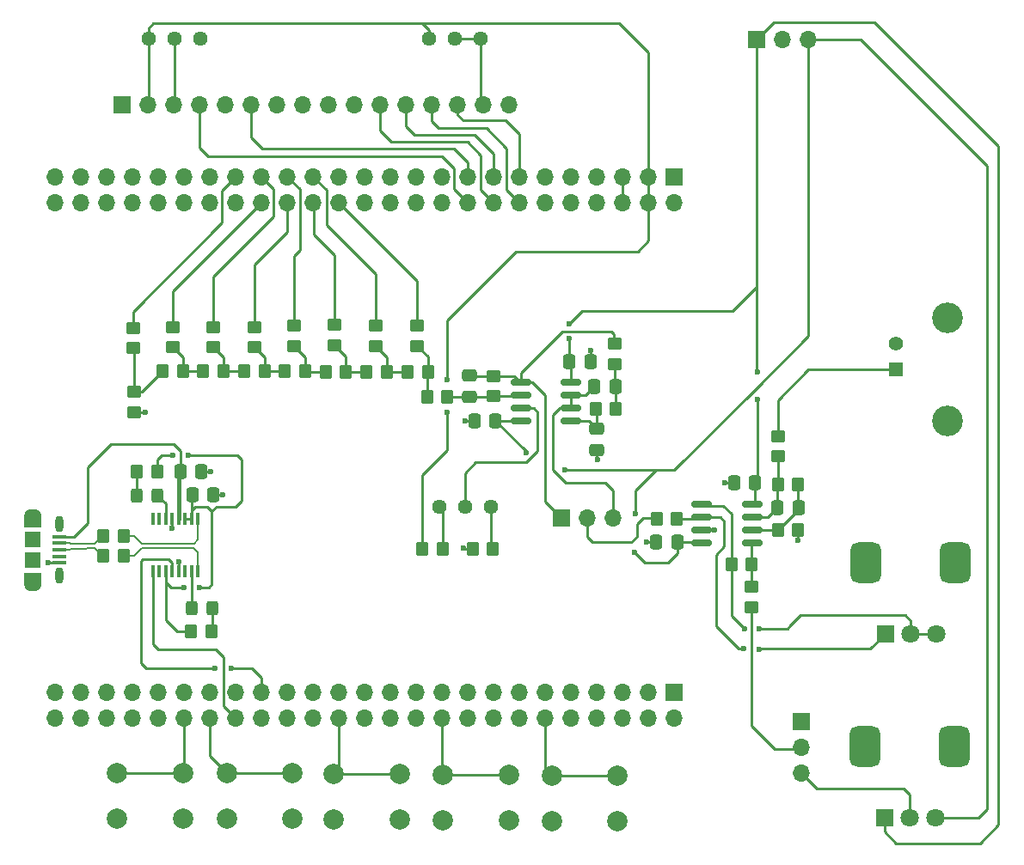
<source format=gbr>
%TF.GenerationSoftware,KiCad,Pcbnew,8.0.0*%
%TF.CreationDate,2024-05-30T16:12:20-06:00*%
%TF.ProjectId,2024_Discovery_DDS_Shield,32303234-5f44-4697-9363-6f766572795f,rev?*%
%TF.SameCoordinates,Original*%
%TF.FileFunction,Copper,L1,Top*%
%TF.FilePolarity,Positive*%
%FSLAX46Y46*%
G04 Gerber Fmt 4.6, Leading zero omitted, Abs format (unit mm)*
G04 Created by KiCad (PCBNEW 8.0.0) date 2024-05-30 16:12:20*
%MOMM*%
%LPD*%
G01*
G04 APERTURE LIST*
G04 Aperture macros list*
%AMRoundRect*
0 Rectangle with rounded corners*
0 $1 Rounding radius*
0 $2 $3 $4 $5 $6 $7 $8 $9 X,Y pos of 4 corners*
0 Add a 4 corners polygon primitive as box body*
4,1,4,$2,$3,$4,$5,$6,$7,$8,$9,$2,$3,0*
0 Add four circle primitives for the rounded corners*
1,1,$1+$1,$2,$3*
1,1,$1+$1,$4,$5*
1,1,$1+$1,$6,$7*
1,1,$1+$1,$8,$9*
0 Add four rect primitives between the rounded corners*
20,1,$1+$1,$2,$3,$4,$5,0*
20,1,$1+$1,$4,$5,$6,$7,0*
20,1,$1+$1,$6,$7,$8,$9,0*
20,1,$1+$1,$8,$9,$2,$3,0*%
G04 Aperture macros list end*
%TA.AperFunction,EtchedComponent*%
%ADD10C,0.010000*%
%TD*%
%TA.AperFunction,SMDPad,CuDef*%
%ADD11RoundRect,0.250000X-0.337500X-0.475000X0.337500X-0.475000X0.337500X0.475000X-0.337500X0.475000X0*%
%TD*%
%TA.AperFunction,SMDPad,CuDef*%
%ADD12RoundRect,0.250000X0.350000X0.450000X-0.350000X0.450000X-0.350000X-0.450000X0.350000X-0.450000X0*%
%TD*%
%TA.AperFunction,SMDPad,CuDef*%
%ADD13R,1.350000X0.400000*%
%TD*%
%TA.AperFunction,ComponentPad*%
%ADD14O,0.800000X1.600000*%
%TD*%
%TA.AperFunction,ComponentPad*%
%ADD15O,1.500000X0.750000*%
%TD*%
%TA.AperFunction,SMDPad,CuDef*%
%ADD16R,1.550000X1.500000*%
%TD*%
%TA.AperFunction,ComponentPad*%
%ADD17C,2.000000*%
%TD*%
%TA.AperFunction,SMDPad,CuDef*%
%ADD18RoundRect,0.250000X0.337500X0.475000X-0.337500X0.475000X-0.337500X-0.475000X0.337500X-0.475000X0*%
%TD*%
%TA.AperFunction,SMDPad,CuDef*%
%ADD19RoundRect,0.250000X-0.350000X-0.450000X0.350000X-0.450000X0.350000X0.450000X-0.350000X0.450000X0*%
%TD*%
%TA.AperFunction,SMDPad,CuDef*%
%ADD20RoundRect,0.250000X0.450000X-0.350000X0.450000X0.350000X-0.450000X0.350000X-0.450000X-0.350000X0*%
%TD*%
%TA.AperFunction,SMDPad,CuDef*%
%ADD21RoundRect,0.150000X-0.825000X-0.150000X0.825000X-0.150000X0.825000X0.150000X-0.825000X0.150000X0*%
%TD*%
%TA.AperFunction,ComponentPad*%
%ADD22R,1.398000X1.398000*%
%TD*%
%TA.AperFunction,ComponentPad*%
%ADD23C,1.398000*%
%TD*%
%TA.AperFunction,ComponentPad*%
%ADD24C,3.015000*%
%TD*%
%TA.AperFunction,ComponentPad*%
%ADD25R,1.800000X1.800000*%
%TD*%
%TA.AperFunction,ComponentPad*%
%ADD26C,1.800000*%
%TD*%
%TA.AperFunction,ComponentPad*%
%ADD27RoundRect,0.750000X0.750000X-1.250000X0.750000X1.250000X-0.750000X1.250000X-0.750000X-1.250000X0*%
%TD*%
%TA.AperFunction,SMDPad,CuDef*%
%ADD28RoundRect,0.250000X0.475000X-0.337500X0.475000X0.337500X-0.475000X0.337500X-0.475000X-0.337500X0*%
%TD*%
%TA.AperFunction,SMDPad,CuDef*%
%ADD29RoundRect,0.250000X-0.450000X0.350000X-0.450000X-0.350000X0.450000X-0.350000X0.450000X0.350000X0*%
%TD*%
%TA.AperFunction,ComponentPad*%
%ADD30R,1.700000X1.700000*%
%TD*%
%TA.AperFunction,ComponentPad*%
%ADD31O,1.700000X1.700000*%
%TD*%
%TA.AperFunction,SMDPad,CuDef*%
%ADD32RoundRect,0.250000X-0.325000X-0.450000X0.325000X-0.450000X0.325000X0.450000X-0.325000X0.450000X0*%
%TD*%
%TA.AperFunction,SMDPad,CuDef*%
%ADD33R,0.400000X1.200000*%
%TD*%
%TA.AperFunction,ComponentPad*%
%ADD34C,1.440000*%
%TD*%
%TA.AperFunction,SMDPad,CuDef*%
%ADD35RoundRect,0.250000X0.325000X0.450000X-0.325000X0.450000X-0.325000X-0.450000X0.325000X-0.450000X0*%
%TD*%
%TA.AperFunction,ViaPad*%
%ADD36C,0.600000*%
%TD*%
%TA.AperFunction,Conductor*%
%ADD37C,0.254000*%
%TD*%
%TA.AperFunction,Conductor*%
%ADD38C,0.381000*%
%TD*%
%TA.AperFunction,Conductor*%
%ADD39C,0.200000*%
%TD*%
G04 APERTURE END LIST*
D10*
%TO.C,J2*%
X85031800Y-83598400D02*
X85057800Y-83600400D01*
X85083800Y-83603400D01*
X85109800Y-83608400D01*
X85134800Y-83614400D01*
X85160800Y-83621400D01*
X85184800Y-83630400D01*
X85208800Y-83640400D01*
X85232800Y-83651400D01*
X85255800Y-83664400D01*
X85277800Y-83678400D01*
X85299800Y-83692400D01*
X85320800Y-83708400D01*
X85340800Y-83725400D01*
X85359800Y-83743400D01*
X85377800Y-83762400D01*
X85394800Y-83782400D01*
X85410800Y-83803400D01*
X85424800Y-83825400D01*
X85438800Y-83847400D01*
X85451800Y-83870400D01*
X85462800Y-83894400D01*
X85472800Y-83918400D01*
X85481800Y-83942400D01*
X85488800Y-83968400D01*
X85494800Y-83993400D01*
X85499800Y-84019400D01*
X85502800Y-84045400D01*
X85504800Y-84071400D01*
X85505800Y-84097400D01*
X85505800Y-85242400D01*
X83955800Y-85242400D01*
X83955800Y-84097400D01*
X83956800Y-84071400D01*
X83958800Y-84045400D01*
X83961800Y-84019400D01*
X83966800Y-83993400D01*
X83972800Y-83968400D01*
X83979800Y-83942400D01*
X83988800Y-83918400D01*
X83998800Y-83894400D01*
X84009800Y-83870400D01*
X84022800Y-83847400D01*
X84036800Y-83825400D01*
X84050800Y-83803400D01*
X84066800Y-83782400D01*
X84083800Y-83762400D01*
X84101800Y-83743400D01*
X84120800Y-83725400D01*
X84140800Y-83708400D01*
X84161800Y-83692400D01*
X84183800Y-83678400D01*
X84205800Y-83664400D01*
X84228800Y-83651400D01*
X84252800Y-83640400D01*
X84276800Y-83630400D01*
X84300800Y-83621400D01*
X84326800Y-83614400D01*
X84351800Y-83608400D01*
X84377800Y-83603400D01*
X84403800Y-83600400D01*
X84429800Y-83598400D01*
X84455800Y-83597400D01*
X85005800Y-83597400D01*
X85031800Y-83598400D01*
%TA.AperFunction,EtchedComponent*%
G36*
X85031800Y-83598400D02*
G01*
X85057800Y-83600400D01*
X85083800Y-83603400D01*
X85109800Y-83608400D01*
X85134800Y-83614400D01*
X85160800Y-83621400D01*
X85184800Y-83630400D01*
X85208800Y-83640400D01*
X85232800Y-83651400D01*
X85255800Y-83664400D01*
X85277800Y-83678400D01*
X85299800Y-83692400D01*
X85320800Y-83708400D01*
X85340800Y-83725400D01*
X85359800Y-83743400D01*
X85377800Y-83762400D01*
X85394800Y-83782400D01*
X85410800Y-83803400D01*
X85424800Y-83825400D01*
X85438800Y-83847400D01*
X85451800Y-83870400D01*
X85462800Y-83894400D01*
X85472800Y-83918400D01*
X85481800Y-83942400D01*
X85488800Y-83968400D01*
X85494800Y-83993400D01*
X85499800Y-84019400D01*
X85502800Y-84045400D01*
X85504800Y-84071400D01*
X85505800Y-84097400D01*
X85505800Y-85242400D01*
X83955800Y-85242400D01*
X83955800Y-84097400D01*
X83956800Y-84071400D01*
X83958800Y-84045400D01*
X83961800Y-84019400D01*
X83966800Y-83993400D01*
X83972800Y-83968400D01*
X83979800Y-83942400D01*
X83988800Y-83918400D01*
X83998800Y-83894400D01*
X84009800Y-83870400D01*
X84022800Y-83847400D01*
X84036800Y-83825400D01*
X84050800Y-83803400D01*
X84066800Y-83782400D01*
X84083800Y-83762400D01*
X84101800Y-83743400D01*
X84120800Y-83725400D01*
X84140800Y-83708400D01*
X84161800Y-83692400D01*
X84183800Y-83678400D01*
X84205800Y-83664400D01*
X84228800Y-83651400D01*
X84252800Y-83640400D01*
X84276800Y-83630400D01*
X84300800Y-83621400D01*
X84326800Y-83614400D01*
X84351800Y-83608400D01*
X84377800Y-83603400D01*
X84403800Y-83600400D01*
X84429800Y-83598400D01*
X84455800Y-83597400D01*
X85005800Y-83597400D01*
X85031800Y-83598400D01*
G37*
%TD.AperFunction*%
X85505800Y-90987400D02*
X85504800Y-91013400D01*
X85502800Y-91039400D01*
X85499800Y-91065400D01*
X85494800Y-91091400D01*
X85488800Y-91116400D01*
X85481800Y-91142400D01*
X85472800Y-91166400D01*
X85462800Y-91190400D01*
X85451800Y-91214400D01*
X85438800Y-91237400D01*
X85424800Y-91259400D01*
X85410800Y-91281400D01*
X85394800Y-91302400D01*
X85377800Y-91322400D01*
X85359800Y-91341400D01*
X85340800Y-91359400D01*
X85320800Y-91376400D01*
X85299800Y-91392400D01*
X85277800Y-91406400D01*
X85255800Y-91420400D01*
X85232800Y-91433400D01*
X85208800Y-91444400D01*
X85184800Y-91454400D01*
X85160800Y-91463400D01*
X85134800Y-91470400D01*
X85109800Y-91476400D01*
X85083800Y-91481400D01*
X85057800Y-91484400D01*
X85031800Y-91486400D01*
X85005800Y-91487400D01*
X84455800Y-91487400D01*
X84429800Y-91486400D01*
X84403800Y-91484400D01*
X84377800Y-91481400D01*
X84351800Y-91476400D01*
X84326800Y-91470400D01*
X84300800Y-91463400D01*
X84276800Y-91454400D01*
X84252800Y-91444400D01*
X84228800Y-91433400D01*
X84205800Y-91420400D01*
X84183800Y-91406400D01*
X84161800Y-91392400D01*
X84140800Y-91376400D01*
X84120800Y-91359400D01*
X84101800Y-91341400D01*
X84083800Y-91322400D01*
X84066800Y-91302400D01*
X84050800Y-91281400D01*
X84036800Y-91259400D01*
X84022800Y-91237400D01*
X84009800Y-91214400D01*
X83998800Y-91190400D01*
X83988800Y-91166400D01*
X83979800Y-91142400D01*
X83972800Y-91116400D01*
X83966800Y-91091400D01*
X83961800Y-91065400D01*
X83958800Y-91039400D01*
X83956800Y-91013400D01*
X83955800Y-90987400D01*
X83955800Y-89842400D01*
X85505800Y-89842400D01*
X85505800Y-90987400D01*
%TA.AperFunction,EtchedComponent*%
G36*
X85505800Y-90987400D02*
G01*
X85504800Y-91013400D01*
X85502800Y-91039400D01*
X85499800Y-91065400D01*
X85494800Y-91091400D01*
X85488800Y-91116400D01*
X85481800Y-91142400D01*
X85472800Y-91166400D01*
X85462800Y-91190400D01*
X85451800Y-91214400D01*
X85438800Y-91237400D01*
X85424800Y-91259400D01*
X85410800Y-91281400D01*
X85394800Y-91302400D01*
X85377800Y-91322400D01*
X85359800Y-91341400D01*
X85340800Y-91359400D01*
X85320800Y-91376400D01*
X85299800Y-91392400D01*
X85277800Y-91406400D01*
X85255800Y-91420400D01*
X85232800Y-91433400D01*
X85208800Y-91444400D01*
X85184800Y-91454400D01*
X85160800Y-91463400D01*
X85134800Y-91470400D01*
X85109800Y-91476400D01*
X85083800Y-91481400D01*
X85057800Y-91484400D01*
X85031800Y-91486400D01*
X85005800Y-91487400D01*
X84455800Y-91487400D01*
X84429800Y-91486400D01*
X84403800Y-91484400D01*
X84377800Y-91481400D01*
X84351800Y-91476400D01*
X84326800Y-91470400D01*
X84300800Y-91463400D01*
X84276800Y-91454400D01*
X84252800Y-91444400D01*
X84228800Y-91433400D01*
X84205800Y-91420400D01*
X84183800Y-91406400D01*
X84161800Y-91392400D01*
X84140800Y-91376400D01*
X84120800Y-91359400D01*
X84101800Y-91341400D01*
X84083800Y-91322400D01*
X84066800Y-91302400D01*
X84050800Y-91281400D01*
X84036800Y-91259400D01*
X84022800Y-91237400D01*
X84009800Y-91214400D01*
X83998800Y-91190400D01*
X83988800Y-91166400D01*
X83979800Y-91142400D01*
X83972800Y-91116400D01*
X83966800Y-91091400D01*
X83961800Y-91065400D01*
X83958800Y-91039400D01*
X83956800Y-91013400D01*
X83955800Y-90987400D01*
X83955800Y-89842400D01*
X85505800Y-89842400D01*
X85505800Y-90987400D01*
G37*
%TD.AperFunction*%
%TD*%
D11*
%TO.P,C6,1*%
%TO.N,GND*%
X128283300Y-74853800D03*
%TO.P,C6,2*%
%TO.N,VEE*%
X130358300Y-74853800D03*
%TD*%
D12*
%TO.P,R51,1*%
%TO.N,Net-(U1A--)*%
X125612400Y-72466200D03*
%TO.P,R51,2*%
%TO.N,Net-(R47-Pad1)*%
X123612400Y-72466200D03*
%TD*%
D13*
%TO.P,J2,1,1*%
%TO.N,FTDI_VCC*%
X87405800Y-86242400D03*
%TO.P,J2,2,2*%
%TO.N,/D-*%
X87405800Y-86892400D03*
%TO.P,J2,3,3*%
%TO.N,/D+*%
X87405800Y-87542400D03*
%TO.P,J2,4,4*%
%TO.N,unconnected-(J2-Pad4)*%
X87405800Y-88192400D03*
%TO.P,J2,5,5*%
%TO.N,GND*%
X87405800Y-88842400D03*
D14*
%TO.P,J2,S1,SHIELD*%
%TO.N,unconnected-(J2-SHIELD-PadS1)*%
X87430800Y-85042400D03*
%TO.P,J2,S2,SHIELD__1*%
%TO.N,unconnected-(J2-SHIELD__1-PadS2)*%
X87430800Y-90042400D03*
D15*
%TO.P,J2,S3,SHIELD__2*%
%TO.N,unconnected-(J2-SHIELD__2-PadS3)*%
X84730800Y-84017400D03*
D16*
%TO.P,J2,S4,SHIELD__3*%
%TO.N,unconnected-(J2-SHIELD__3-PadS4)*%
X84730800Y-86542400D03*
%TO.P,J2,S5,SHIELD__4*%
%TO.N,unconnected-(J2-SHIELD__4-PadS5)*%
X84730800Y-88542400D03*
D15*
%TO.P,J2,S6,SHIELD__5*%
%TO.N,unconnected-(J2-SHIELD__5-PadS6)*%
X84730800Y-91067400D03*
%TD*%
D17*
%TO.P,SW3,1,1*%
%TO.N,GND*%
X120904000Y-114122200D03*
X114404000Y-114122200D03*
%TO.P,SW3,2,2*%
%TO.N,/SW_CURSOR*%
X120904000Y-109622200D03*
X114404000Y-109622200D03*
%TD*%
D18*
%TO.P,C3,1*%
%TO.N,Net-(C3-Pad1)*%
X142169300Y-71475600D03*
%TO.P,C3,2*%
%TO.N,Net-(J1-Pin_3)*%
X140094300Y-71475600D03*
%TD*%
D19*
%TO.P,R3,1*%
%TO.N,Net-(R1-Pad2)*%
X97568000Y-69926200D03*
%TO.P,R3,2*%
%TO.N,Net-(R3-Pad2)*%
X99568000Y-69926200D03*
%TD*%
D20*
%TO.P,R53,1*%
%TO.N,Net-(C3-Pad1)*%
X142062200Y-69224400D03*
%TO.P,R53,2*%
%TO.N,Net-(J1-Pin_1)*%
X142062200Y-67224400D03*
%TD*%
D19*
%TO.P,R7,1*%
%TO.N,Net-(D3-A)*%
X95046800Y-79857600D03*
%TO.P,R7,2*%
%TO.N,/MODE*%
X97046800Y-79857600D03*
%TD*%
D17*
%TO.P,SW2,1,1*%
%TO.N,GND*%
X110363000Y-114046000D03*
X103863000Y-114046000D03*
%TO.P,SW2,2,2*%
%TO.N,/SW_MODE*%
X110363000Y-109546000D03*
X103863000Y-109546000D03*
%TD*%
D19*
%TO.P,R59,1*%
%TO.N,Net-(C4-Pad2)*%
X158131000Y-81076800D03*
%TO.P,R59,2*%
%TO.N,Net-(U2B--)*%
X160131000Y-81076800D03*
%TD*%
D20*
%TO.P,R29,1*%
%TO.N,Net-(R28-Pad2)*%
X106594400Y-67573400D03*
%TO.P,R29,2*%
%TO.N,DAC_3*%
X106594400Y-65573400D03*
%TD*%
D21*
%TO.P,U1,1*%
%TO.N,Net-(J1-Pin_1)*%
X132840200Y-71069200D03*
%TO.P,U1,2,-*%
%TO.N,Net-(U1A--)*%
X132840200Y-72339200D03*
%TO.P,U1,3,+*%
%TO.N,Net-(U1A-+)*%
X132840200Y-73609200D03*
%TO.P,U1,4,V-*%
%TO.N,VEE*%
X132840200Y-74879200D03*
%TO.P,U1,5,+*%
%TO.N,Net-(U1B-+)*%
X137790200Y-74879200D03*
%TO.P,U1,6,-*%
%TO.N,Net-(J1-Pin_3)*%
X137790200Y-73609200D03*
%TO.P,U1,7*%
X137790200Y-72339200D03*
%TO.P,U1,8,V+*%
%TO.N,VCC*%
X137790200Y-71069200D03*
%TD*%
D20*
%TO.P,R48,1*%
%TO.N,Net-(R47-Pad1)*%
X122647200Y-67446400D03*
%TO.P,R48,2*%
%TO.N,DAC_7*%
X122647200Y-65446400D03*
%TD*%
D19*
%TO.P,R58,1*%
%TO.N,Net-(U2B--)*%
X158156400Y-85598000D03*
%TO.P,R58,2*%
%TO.N,GND*%
X160156400Y-85598000D03*
%TD*%
D18*
%TO.P,C7,1*%
%TO.N,VCC*%
X155901300Y-80949800D03*
%TO.P,C7,2*%
%TO.N,GND*%
X153826300Y-80949800D03*
%TD*%
D19*
%TO.P,R30,1*%
%TO.N,Net-(R28-Pad2)*%
X109566200Y-69944400D03*
%TO.P,R30,2*%
%TO.N,Net-(R30-Pad2)*%
X111566200Y-69944400D03*
%TD*%
D22*
%TO.P,J9,1,1*%
%TO.N,Net-(J9-Pad1)*%
X169799000Y-69748400D03*
D23*
%TO.P,J9,2,2*%
%TO.N,GND*%
X169799000Y-67208400D03*
D24*
%TO.P,J9,P1,SHIELD*%
%TO.N,unconnected-(J9-SHIELD-PadP1)*%
X174879000Y-64668400D03*
%TO.P,J9,P2,SHIELD__1*%
%TO.N,unconnected-(J9-SHIELD__1-PadP2)*%
X174879000Y-74828400D03*
%TD*%
D20*
%TO.P,R1,1*%
%TO.N,GND*%
X94783400Y-73964800D03*
%TO.P,R1,2*%
%TO.N,Net-(R1-Pad2)*%
X94783400Y-71964800D03*
%TD*%
D25*
%TO.P,RV7,1,1*%
%TO.N,Net-(U2A--)*%
X168746800Y-95813600D03*
D26*
%TO.P,RV7,2,2*%
%TO.N,Net-(R56-Pad2)*%
X171246800Y-95813600D03*
%TO.P,RV7,3,3*%
X173746800Y-95813600D03*
D27*
%TO.P,RV7,MP*%
%TO.N,N/C*%
X166846800Y-88813600D03*
X175646800Y-88813600D03*
%TD*%
D21*
%TO.P,U2,1*%
%TO.N,Net-(R56-Pad2)*%
X150647400Y-83083400D03*
%TO.P,U2,2,-*%
%TO.N,Net-(U2A--)*%
X150647400Y-84353400D03*
%TO.P,U2,3,+*%
%TO.N,GND*%
X150647400Y-85623400D03*
%TO.P,U2,4,V-*%
%TO.N,VEE*%
X150647400Y-86893400D03*
%TO.P,U2,5,+*%
%TO.N,Net-(U2B-+)*%
X155597400Y-86893400D03*
%TO.P,U2,6,-*%
%TO.N,Net-(U2B--)*%
X155597400Y-85623400D03*
%TO.P,U2,7*%
%TO.N,Net-(C4-Pad2)*%
X155597400Y-84353400D03*
%TO.P,U2,8,V+*%
%TO.N,VCC*%
X155597400Y-83083400D03*
%TD*%
D28*
%TO.P,C1,1*%
%TO.N,Net-(U1A--)*%
X127775300Y-72436900D03*
%TO.P,C1,2*%
%TO.N,Net-(J1-Pin_1)*%
X127775300Y-70361900D03*
%TD*%
D20*
%TO.P,R31,1*%
%TO.N,Net-(R30-Pad2)*%
X110464600Y-67446400D03*
%TO.P,R31,2*%
%TO.N,DAC_4*%
X110464600Y-65446400D03*
%TD*%
D12*
%TO.P,R50,1*%
%TO.N,Net-(R50-Pad1)*%
X130073400Y-87452200D03*
%TO.P,R50,2*%
%TO.N,GND*%
X128073400Y-87452200D03*
%TD*%
D11*
%TO.P,C8,1*%
%TO.N,GND*%
X146155500Y-86791800D03*
%TO.P,C8,2*%
%TO.N,VEE*%
X148230500Y-86791800D03*
%TD*%
D20*
%TO.P,R6,1*%
%TO.N,Net-(R28-Pad1)*%
X102555800Y-67598800D03*
%TO.P,R6,2*%
%TO.N,DAC_2*%
X102555800Y-65598800D03*
%TD*%
D29*
%TO.P,R57,1*%
%TO.N,Net-(U2B-+)*%
X155575000Y-91176600D03*
%TO.P,R57,2*%
%TO.N,Net-(J4-Pin_2)*%
X155575000Y-93176600D03*
%TD*%
D20*
%TO.P,R4,1*%
%TO.N,Net-(R3-Pad2)*%
X98568000Y-67598800D03*
%TO.P,R4,2*%
%TO.N,DAC_1*%
X98568000Y-65598800D03*
%TD*%
%TO.P,R33,1*%
%TO.N,Net-(R32-Pad2)*%
X114493800Y-67395600D03*
%TO.P,R33,2*%
%TO.N,DAC_5*%
X114493800Y-65395600D03*
%TD*%
D27*
%TO.P,RV8,MP*%
%TO.N,N/C*%
X175545200Y-106949200D03*
X166745200Y-106949200D03*
D26*
%TO.P,RV8,3,3*%
%TO.N,VEE*%
X173645200Y-113949200D03*
%TO.P,RV8,2,2*%
%TO.N,Net-(J4-Pin_3)*%
X171145200Y-113949200D03*
D25*
%TO.P,RV8,1,1*%
%TO.N,VCC*%
X168645200Y-113949200D03*
%TD*%
D30*
%TO.P,J4,1,Pin_1*%
%TO.N,GND*%
X160426400Y-104470200D03*
D31*
%TO.P,J4,2,Pin_2*%
%TO.N,Net-(J4-Pin_2)*%
X160426400Y-107010200D03*
%TO.P,J4,3,Pin_3*%
%TO.N,Net-(J4-Pin_3)*%
X160426400Y-109550200D03*
%TD*%
D17*
%TO.P,SW4,1,1*%
%TO.N,GND*%
X131673600Y-114223800D03*
X125173600Y-114223800D03*
%TO.P,SW4,2,2*%
%TO.N,/SW_PLUS*%
X131673600Y-109723800D03*
X125173600Y-109723800D03*
%TD*%
D32*
%TO.P,D4,1,K*%
%TO.N,Net-(D4-K)*%
X100397200Y-93268800D03*
%TO.P,D4,2,A*%
%TO.N,Net-(D4-A)*%
X102447200Y-93268800D03*
%TD*%
D11*
%TO.P,C5,1*%
%TO.N,VCC*%
X137605100Y-68986400D03*
%TO.P,C5,2*%
%TO.N,GND*%
X139680100Y-68986400D03*
%TD*%
D12*
%TO.P,R56,1*%
%TO.N,Net-(U2B-+)*%
X155584400Y-88976200D03*
%TO.P,R56,2*%
%TO.N,Net-(R56-Pad2)*%
X153584400Y-88976200D03*
%TD*%
D30*
%TO.P,J1,1,Pin_1*%
%TO.N,Net-(J1-Pin_1)*%
X136819800Y-84389600D03*
D31*
%TO.P,J1,2,Pin_2*%
%TO.N,Net-(J1-Pin_2)*%
X139359800Y-84389600D03*
%TO.P,J1,3,Pin_3*%
%TO.N,Net-(J1-Pin_3)*%
X141899800Y-84389600D03*
%TD*%
D30*
%TO.P,J5,1,Pin_1*%
%TO.N,GND*%
X93594902Y-43644400D03*
D31*
%TO.P,J5,2,Pin_2*%
%TO.N,+5V*%
X96134902Y-43644400D03*
%TO.P,J5,3,Pin_3*%
%TO.N,Net-(J5-Pin_3)*%
X98674902Y-43644400D03*
%TO.P,J5,4,Pin_4*%
%TO.N,/RS*%
X101214902Y-43644400D03*
%TO.P,J5,5,Pin_5*%
%TO.N,GND*%
X103754902Y-43644400D03*
%TO.P,J5,6,Pin_6*%
%TO.N,/E*%
X106294902Y-43644400D03*
%TO.P,J5,7,Pin_7*%
%TO.N,/D0*%
X108834902Y-43644400D03*
%TO.P,J5,8,Pin_8*%
%TO.N,/D1*%
X111374902Y-43644400D03*
%TO.P,J5,9,Pin_9*%
%TO.N,/D2*%
X113914902Y-43644400D03*
%TO.P,J5,10,Pin_10*%
%TO.N,/D3*%
X116454902Y-43644400D03*
%TO.P,J5,11,Pin_11*%
%TO.N,/D4*%
X118994902Y-43644400D03*
%TO.P,J5,12,Pin_12*%
%TO.N,/D5*%
X121534902Y-43644400D03*
%TO.P,J5,13,Pin_13*%
%TO.N,/D6*%
X124074902Y-43644400D03*
%TO.P,J5,14,Pin_14*%
%TO.N,/D7*%
X126614902Y-43644400D03*
%TO.P,J5,15,Pin_15*%
%TO.N,/A*%
X129154902Y-43644400D03*
%TO.P,J5,16,Pin_16*%
%TO.N,GND*%
X131694902Y-43644400D03*
%TD*%
D30*
%TO.P,J6,1,Pin_1*%
%TO.N,VCC*%
X156083000Y-37236400D03*
D31*
%TO.P,J6,2,Pin_2*%
%TO.N,GND*%
X158623000Y-37236400D03*
%TO.P,J6,3,Pin_3*%
%TO.N,VEE*%
X161163000Y-37236400D03*
%TD*%
D19*
%TO.P,R49,1*%
%TO.N,+5V*%
X123120400Y-87436200D03*
%TO.P,R49,2*%
%TO.N,Net-(R49-Pad2)*%
X125120400Y-87436200D03*
%TD*%
D18*
%TO.P,C18,1*%
%TO.N,GND*%
X101392900Y-79832200D03*
%TO.P,C18,2*%
%TO.N,FTDI_VCC*%
X99317900Y-79832200D03*
%TD*%
D17*
%TO.P,SW6,1,1*%
%TO.N,GND*%
X99593400Y-114046000D03*
X93093400Y-114046000D03*
%TO.P,SW6,2,2*%
%TO.N,/SW_RUN_STOP*%
X99593400Y-109546000D03*
X93093400Y-109546000D03*
%TD*%
D19*
%TO.P,R45,1*%
%TO.N,Net-(R32-Pad2)*%
X117634000Y-70002400D03*
%TO.P,R45,2*%
%TO.N,Net-(R45-Pad2)*%
X119634000Y-70002400D03*
%TD*%
D33*
%TO.P,U5,1,TXD*%
%TO.N,/FTDI_TX*%
X96596200Y-89683900D03*
%TO.P,U5,2,~{RTS}*%
%TO.N,unconnected-(U5-~{RTS}-Pad2)*%
X97231200Y-89683900D03*
%TO.P,U5,3,VCCIO*%
%TO.N,/MODE*%
X97866200Y-89683900D03*
%TO.P,U5,4,RXD*%
%TO.N,/FTDI_RX*%
X98501200Y-89683900D03*
%TO.P,U5,5,GND*%
%TO.N,GND*%
X99136200Y-89683900D03*
%TO.P,U5,6,~{CTS}*%
%TO.N,unconnected-(U5-~{CTS}-Pad6)*%
X99771200Y-89683900D03*
%TO.P,U5,7,CBUS2*%
%TO.N,Net-(D4-K)*%
X100406200Y-89683900D03*
%TO.P,U5,8,USBDP*%
%TO.N,/FTDI_D+*%
X101041200Y-89683900D03*
%TO.P,U5,9,USBDM*%
%TO.N,/FTDI_D-*%
X101041200Y-84483900D03*
%TO.P,U5,10,3V3OUT*%
%TO.N,/MODE*%
X100406200Y-84483900D03*
%TO.P,U5,11,~{RESET}*%
X99771200Y-84483900D03*
%TO.P,U5,12,VCC*%
%TO.N,FTDI_VCC*%
X99136200Y-84483900D03*
%TO.P,U5,13,GND*%
%TO.N,GND*%
X98501200Y-84483900D03*
%TO.P,U5,14,CBUS1*%
%TO.N,Net-(D3-K)*%
X97866200Y-84483900D03*
%TO.P,U5,15,CBUS0*%
%TO.N,unconnected-(U5-CBUS0-Pad15)*%
X97231200Y-84483900D03*
%TO.P,U5,16,CBUS3*%
%TO.N,unconnected-(U5-CBUS3-Pad16)*%
X96596200Y-84483900D03*
%TD*%
D12*
%TO.P,R8,1*%
%TO.N,Net-(D4-A)*%
X102371400Y-95580200D03*
%TO.P,R8,2*%
%TO.N,/MODE*%
X100371400Y-95580200D03*
%TD*%
D19*
%TO.P,R28,1*%
%TO.N,Net-(R28-Pad1)*%
X105594400Y-69951600D03*
%TO.P,R28,2*%
%TO.N,Net-(R28-Pad2)*%
X107594400Y-69951600D03*
%TD*%
D34*
%TO.P,RV2,1,1*%
%TO.N,/A*%
X128905000Y-37160200D03*
%TO.P,RV2,2,2*%
X126365000Y-37160200D03*
%TO.P,RV2,3,3*%
%TO.N,+5V*%
X123825000Y-37160200D03*
%TD*%
D20*
%TO.P,R46,1*%
%TO.N,Net-(R45-Pad2)*%
X118541800Y-67446400D03*
%TO.P,R46,2*%
%TO.N,DAC_6*%
X118541800Y-65446400D03*
%TD*%
D18*
%TO.P,C4,1*%
%TO.N,Net-(U2B--)*%
X160193900Y-83362800D03*
%TO.P,C4,2*%
%TO.N,Net-(C4-Pad2)*%
X158118900Y-83362800D03*
%TD*%
D19*
%TO.P,R55,1*%
%TO.N,Net-(U1B-+)*%
X140208000Y-73634600D03*
%TO.P,R55,2*%
%TO.N,Net-(C3-Pad1)*%
X142208000Y-73634600D03*
%TD*%
D35*
%TO.P,D3,1,K*%
%TO.N,Net-(D3-K)*%
X97037000Y-82169000D03*
%TO.P,D3,2,A*%
%TO.N,Net-(D3-A)*%
X94987000Y-82169000D03*
%TD*%
D29*
%TO.P,R52,1*%
%TO.N,Net-(J1-Pin_1)*%
X130108200Y-70399400D03*
%TO.P,R52,2*%
%TO.N,Net-(U1A--)*%
X130108200Y-72399400D03*
%TD*%
D11*
%TO.P,C17,1*%
%TO.N,/MODE*%
X100486300Y-82118200D03*
%TO.P,C17,2*%
%TO.N,GND*%
X102561300Y-82118200D03*
%TD*%
D12*
%TO.P,R47,1*%
%TO.N,Net-(R47-Pad1)*%
X123698000Y-70002400D03*
%TO.P,R47,2*%
%TO.N,Net-(R45-Pad2)*%
X121698000Y-70002400D03*
%TD*%
D19*
%TO.P,R10,1*%
%TO.N,/D-*%
X91710000Y-86156800D03*
%TO.P,R10,2*%
%TO.N,/FTDI_D-*%
X93710000Y-86156800D03*
%TD*%
D34*
%TO.P,RV1,1,1*%
%TO.N,GND*%
X101244400Y-37134800D03*
%TO.P,RV1,2,2*%
%TO.N,Net-(J5-Pin_3)*%
X98704400Y-37134800D03*
%TO.P,RV1,3,3*%
%TO.N,+5V*%
X96164400Y-37134800D03*
%TD*%
D19*
%TO.P,R9,1*%
%TO.N,/D+*%
X91710000Y-88163400D03*
%TO.P,R9,2*%
%TO.N,/FTDI_D+*%
X93710000Y-88163400D03*
%TD*%
D17*
%TO.P,SW5,1,1*%
%TO.N,GND*%
X142367000Y-114300000D03*
X135867000Y-114300000D03*
%TO.P,SW5,2,2*%
%TO.N,/SW_MINUS*%
X142367000Y-109800000D03*
X135867000Y-109800000D03*
%TD*%
D19*
%TO.P,R32,1*%
%TO.N,Net-(R30-Pad2)*%
X113620800Y-70002400D03*
%TO.P,R32,2*%
%TO.N,Net-(R32-Pad2)*%
X115620800Y-70002400D03*
%TD*%
D20*
%TO.P,R2,1*%
%TO.N,Net-(R1-Pad2)*%
X94656400Y-67675000D03*
%TO.P,R2,2*%
%TO.N,DAC_0*%
X94656400Y-65675000D03*
%TD*%
D12*
%TO.P,R54,1*%
%TO.N,Net-(U2A--)*%
X148209000Y-84455000D03*
%TO.P,R54,2*%
%TO.N,Net-(J1-Pin_2)*%
X146209000Y-84455000D03*
%TD*%
D19*
%TO.P,R5,1*%
%TO.N,Net-(R3-Pad2)*%
X101555800Y-69926200D03*
%TO.P,R5,2*%
%TO.N,Net-(R28-Pad1)*%
X103555800Y-69926200D03*
%TD*%
D29*
%TO.P,R60,1*%
%TO.N,Net-(J9-Pad1)*%
X158140400Y-76333600D03*
%TO.P,R60,2*%
%TO.N,Net-(C4-Pad2)*%
X158140400Y-78333600D03*
%TD*%
D34*
%TO.P,RV6,1,1*%
%TO.N,Net-(R49-Pad2)*%
X124780800Y-83296000D03*
%TO.P,RV6,2,2*%
%TO.N,Net-(U1A-+)*%
X127320800Y-83296000D03*
%TO.P,RV6,3,3*%
%TO.N,Net-(R50-Pad1)*%
X129860800Y-83296000D03*
%TD*%
D28*
%TO.P,C2,1*%
%TO.N,GND*%
X140344400Y-77716200D03*
%TO.P,C2,2*%
%TO.N,Net-(U1B-+)*%
X140344400Y-75641200D03*
%TD*%
D30*
%TO.P,J7,1,Pin_1*%
%TO.N,GND*%
X147950600Y-50787200D03*
D31*
%TO.P,J7,2,Pin_2*%
X147950600Y-53327200D03*
%TO.P,J7,3,Pin_3*%
%TO.N,+5V*%
X145410600Y-50787200D03*
%TO.P,J7,4,Pin_4*%
X145410600Y-53327200D03*
%TO.P,J7,5,Pin_5*%
%TO.N,+3V0*%
X142870600Y-50787200D03*
%TO.P,J7,6,Pin_6*%
X142870600Y-53327200D03*
%TO.P,J7,7,Pin_7*%
%TO.N,unconnected-(J7-Pin_7-Pad7)*%
X140330600Y-50787200D03*
%TO.P,J7,8,Pin_8*%
%TO.N,unconnected-(J7-Pin_8-Pad8)*%
X140330600Y-53327200D03*
%TO.P,J7,9,Pin_9*%
%TO.N,unconnected-(J7-Pin_9-Pad9)*%
X137790600Y-50787200D03*
%TO.P,J7,10,Pin_10*%
%TO.N,unconnected-(J7-Pin_10-Pad10)*%
X137790600Y-53327200D03*
%TO.P,J7,11,Pin_11*%
%TO.N,unconnected-(J7-Pin_11-Pad11)*%
X135250600Y-50787200D03*
%TO.P,J7,12,Pin_12*%
%TO.N,unconnected-(J7-Pin_12-Pad12)*%
X135250600Y-53327200D03*
%TO.P,J7,13,Pin_13*%
%TO.N,/D7*%
X132710600Y-50787200D03*
%TO.P,J7,14,Pin_14*%
%TO.N,/D6*%
X132710600Y-53327200D03*
%TO.P,J7,15,Pin_15*%
%TO.N,/D5*%
X130170600Y-50787200D03*
%TO.P,J7,16,Pin_16*%
%TO.N,/D4*%
X130170600Y-53327200D03*
%TO.P,J7,17,Pin_17*%
%TO.N,/E*%
X127630600Y-50787200D03*
%TO.P,J7,18,Pin_18*%
%TO.N,/RS*%
X127630600Y-53327200D03*
%TO.P,J7,19,Pin_19*%
%TO.N,unconnected-(J7-Pin_19-Pad19)*%
X125090600Y-50787200D03*
%TO.P,J7,20,Pin_20*%
%TO.N,unconnected-(J7-Pin_20-Pad20)*%
X125090600Y-53327200D03*
%TO.P,J7,21,Pin_21*%
%TO.N,unconnected-(J7-Pin_21-Pad21)*%
X122550600Y-50787200D03*
%TO.P,J7,22,Pin_22*%
%TO.N,unconnected-(J7-Pin_22-Pad22)*%
X122550600Y-53327200D03*
%TO.P,J7,23,Pin_23*%
%TO.N,unconnected-(J7-Pin_23-Pad23)*%
X120010600Y-50787200D03*
%TO.P,J7,24,Pin_24*%
%TO.N,unconnected-(J7-Pin_24-Pad24)*%
X120010600Y-53327200D03*
%TO.P,J7,25,Pin_25*%
%TO.N,unconnected-(J7-Pin_25-Pad25)*%
X117470600Y-50787200D03*
%TO.P,J7,26,Pin_26*%
%TO.N,unconnected-(J7-Pin_26-Pad26)*%
X117470600Y-53327200D03*
%TO.P,J7,27,Pin_27*%
%TO.N,unconnected-(J7-Pin_27-Pad27)*%
X114930600Y-50787200D03*
%TO.P,J7,28,Pin_28*%
%TO.N,DAC_7*%
X114930600Y-53327200D03*
%TO.P,J7,29,Pin_29*%
%TO.N,DAC_6*%
X112390600Y-50787200D03*
%TO.P,J7,30,Pin_30*%
%TO.N,DAC_5*%
X112390600Y-53327200D03*
%TO.P,J7,31,Pin_31*%
%TO.N,DAC_4*%
X109850600Y-50787200D03*
%TO.P,J7,32,Pin_32*%
%TO.N,DAC_3*%
X109850600Y-53327200D03*
%TO.P,J7,33,Pin_33*%
%TO.N,DAC_2*%
X107310600Y-50787200D03*
%TO.P,J7,34,Pin_34*%
%TO.N,DAC_1*%
X107310600Y-53327200D03*
%TO.P,J7,35,Pin_35*%
%TO.N,DAC_0*%
X104770600Y-50787200D03*
%TO.P,J7,36,Pin_36*%
%TO.N,unconnected-(J7-Pin_36-Pad36)*%
X104770600Y-53327200D03*
%TO.P,J7,37,Pin_37*%
%TO.N,unconnected-(J7-Pin_37-Pad37)*%
X102230600Y-50787200D03*
%TO.P,J7,38,Pin_38*%
%TO.N,unconnected-(J7-Pin_38-Pad38)*%
X102230600Y-53327200D03*
%TO.P,J7,39,Pin_39*%
%TO.N,unconnected-(J7-Pin_39-Pad39)*%
X99690600Y-50787200D03*
%TO.P,J7,40,Pin_40*%
%TO.N,unconnected-(J7-Pin_40-Pad40)*%
X99690600Y-53327200D03*
%TO.P,J7,41,Pin_41*%
%TO.N,unconnected-(J7-Pin_41-Pad41)*%
X97150600Y-50787200D03*
%TO.P,J7,42,Pin_42*%
%TO.N,unconnected-(J7-Pin_42-Pad42)*%
X97150600Y-53327200D03*
%TO.P,J7,43,Pin_43*%
%TO.N,unconnected-(J7-Pin_43-Pad43)*%
X94610600Y-50787200D03*
%TO.P,J7,44,Pin_44*%
%TO.N,unconnected-(J7-Pin_44-Pad44)*%
X94610600Y-53327200D03*
%TO.P,J7,45,Pin_45*%
%TO.N,unconnected-(J7-Pin_45-Pad45)*%
X92070600Y-50787200D03*
%TO.P,J7,46,Pin_46*%
%TO.N,unconnected-(J7-Pin_46-Pad46)*%
X92070600Y-53327200D03*
%TO.P,J7,47,Pin_47*%
%TO.N,unconnected-(J7-Pin_47-Pad47)*%
X89530600Y-50787200D03*
%TO.P,J7,48,Pin_48*%
%TO.N,unconnected-(J7-Pin_48-Pad48)*%
X89530600Y-53327200D03*
%TO.P,J7,49,Pin_49*%
%TO.N,GND*%
X86990600Y-50787200D03*
%TO.P,J7,50,Pin_50*%
X86990600Y-53327200D03*
%TD*%
D30*
%TO.P,J8,1,Pin_1*%
%TO.N,GND*%
X147925200Y-101587200D03*
D31*
%TO.P,J8,2,Pin_2*%
X147925200Y-104127200D03*
%TO.P,J8,3,Pin_3*%
%TO.N,unconnected-(J8-Pin_3-Pad3)*%
X145385200Y-101587200D03*
%TO.P,J8,4,Pin_4*%
%TO.N,unconnected-(J8-Pin_4-Pad4)*%
X145385200Y-104127200D03*
%TO.P,J8,5,Pin_5*%
%TO.N,unconnected-(J8-Pin_5-Pad5)*%
X142845200Y-101587200D03*
%TO.P,J8,6,Pin_6*%
%TO.N,GND*%
X142845200Y-104127200D03*
%TO.P,J8,7,Pin_7*%
%TO.N,unconnected-(J8-Pin_7-Pad7)*%
X140305200Y-101587200D03*
%TO.P,J8,8,Pin_8*%
%TO.N,unconnected-(J8-Pin_8-Pad8)*%
X140305200Y-104127200D03*
%TO.P,J8,9,Pin_9*%
%TO.N,unconnected-(J8-Pin_9-Pad9)*%
X137765200Y-101587200D03*
%TO.P,J8,10,Pin_10*%
%TO.N,unconnected-(J8-Pin_10-Pad10)*%
X137765200Y-104127200D03*
%TO.P,J8,11,Pin_11*%
%TO.N,unconnected-(J8-Pin_11-Pad11)*%
X135225200Y-101587200D03*
%TO.P,J8,12,Pin_12*%
%TO.N,/SW_MINUS*%
X135225200Y-104127200D03*
%TO.P,J8,13,Pin_13*%
%TO.N,unconnected-(J8-Pin_13-Pad13)*%
X132685200Y-101587200D03*
%TO.P,J8,14,Pin_14*%
%TO.N,unconnected-(J8-Pin_14-Pad14)*%
X132685200Y-104127200D03*
%TO.P,J8,15,Pin_15*%
%TO.N,unconnected-(J8-Pin_15-Pad15)*%
X130145200Y-101587200D03*
%TO.P,J8,16,Pin_16*%
%TO.N,unconnected-(J8-Pin_16-Pad16)*%
X130145200Y-104127200D03*
%TO.P,J8,17,Pin_17*%
%TO.N,unconnected-(J8-Pin_17-Pad17)*%
X127605200Y-101587200D03*
%TO.P,J8,18,Pin_18*%
%TO.N,unconnected-(J8-Pin_18-Pad18)*%
X127605200Y-104127200D03*
%TO.P,J8,19,Pin_19*%
%TO.N,unconnected-(J8-Pin_19-Pad19)*%
X125065200Y-101587200D03*
%TO.P,J8,20,Pin_20*%
%TO.N,/SW_PLUS*%
X125065200Y-104127200D03*
%TO.P,J8,21,Pin_21*%
%TO.N,unconnected-(J8-Pin_21-Pad21)*%
X122525200Y-101587200D03*
%TO.P,J8,22,Pin_22*%
%TO.N,unconnected-(J8-Pin_22-Pad22)*%
X122525200Y-104127200D03*
%TO.P,J8,23,Pin_23*%
%TO.N,unconnected-(J8-Pin_23-Pad23)*%
X119985200Y-101587200D03*
%TO.P,J8,24,Pin_24*%
%TO.N,GND*%
X119985200Y-104127200D03*
%TO.P,J8,25,Pin_25*%
%TO.N,unconnected-(J8-Pin_25-Pad25)*%
X117445200Y-101587200D03*
%TO.P,J8,26,Pin_26*%
%TO.N,unconnected-(J8-Pin_26-Pad26)*%
X117445200Y-104127200D03*
%TO.P,J8,27,Pin_27*%
%TO.N,unconnected-(J8-Pin_27-Pad27)*%
X114905200Y-101587200D03*
%TO.P,J8,28,Pin_28*%
%TO.N,/SW_CURSOR*%
X114905200Y-104127200D03*
%TO.P,J8,29,Pin_29*%
%TO.N,unconnected-(J8-Pin_29-Pad29)*%
X112365200Y-101587200D03*
%TO.P,J8,30,Pin_30*%
%TO.N,unconnected-(J8-Pin_30-Pad30)*%
X112365200Y-104127200D03*
%TO.P,J8,31,Pin_31*%
%TO.N,unconnected-(J8-Pin_31-Pad31)*%
X109825200Y-101587200D03*
%TO.P,J8,32,Pin_32*%
%TO.N,unconnected-(J8-Pin_32-Pad32)*%
X109825200Y-104127200D03*
%TO.P,J8,33,Pin_33*%
%TO.N,/FTDI_RX*%
X107285200Y-101587200D03*
%TO.P,J8,34,Pin_34*%
%TO.N,unconnected-(J8-Pin_34-Pad34)*%
X107285200Y-104127200D03*
%TO.P,J8,35,Pin_35*%
%TO.N,unconnected-(J8-Pin_35-Pad35)*%
X104745200Y-101587200D03*
%TO.P,J8,36,Pin_36*%
%TO.N,/FTDI_TX*%
X104745200Y-104127200D03*
%TO.P,J8,37,Pin_37*%
%TO.N,unconnected-(J8-Pin_37-Pad37)*%
X102205200Y-101587200D03*
%TO.P,J8,38,Pin_38*%
%TO.N,/SW_MODE*%
X102205200Y-104127200D03*
%TO.P,J8,39,Pin_39*%
%TO.N,unconnected-(J8-Pin_39-Pad39)*%
X99665200Y-101587200D03*
%TO.P,J8,40,Pin_40*%
%TO.N,/SW_RUN_STOP*%
X99665200Y-104127200D03*
%TO.P,J8,41,Pin_41*%
%TO.N,unconnected-(J8-Pin_41-Pad41)*%
X97125200Y-101587200D03*
%TO.P,J8,42,Pin_42*%
%TO.N,unconnected-(J8-Pin_42-Pad42)*%
X97125200Y-104127200D03*
%TO.P,J8,43,Pin_43*%
%TO.N,unconnected-(J8-Pin_43-Pad43)*%
X94585200Y-101587200D03*
%TO.P,J8,44,Pin_44*%
%TO.N,unconnected-(J8-Pin_44-Pad44)*%
X94585200Y-104127200D03*
%TO.P,J8,45,Pin_45*%
%TO.N,unconnected-(J8-Pin_45-Pad45)*%
X92045200Y-101587200D03*
%TO.P,J8,46,Pin_46*%
%TO.N,unconnected-(J8-Pin_46-Pad46)*%
X92045200Y-104127200D03*
%TO.P,J8,47,Pin_47*%
%TO.N,unconnected-(J8-Pin_47-Pad47)*%
X89505200Y-101587200D03*
%TO.P,J8,48,Pin_48*%
%TO.N,unconnected-(J8-Pin_48-Pad48)*%
X89505200Y-104127200D03*
%TO.P,J8,49,Pin_49*%
%TO.N,GND*%
X86965200Y-101587200D03*
%TO.P,J8,50,Pin_50*%
X86965200Y-104127200D03*
%TD*%
D36*
%TO.N,/FTDI_RX*%
X104343200Y-99212400D03*
X102743000Y-99212400D03*
%TO.N,GND*%
X103479600Y-82092800D03*
X102311200Y-79832200D03*
%TO.N,/MODE*%
X100126800Y-78257400D03*
X98552000Y-78257400D03*
X101193600Y-91262200D03*
X99669600Y-91287600D03*
%TO.N,GND*%
X151942800Y-85623400D03*
X139674600Y-67919600D03*
X140360400Y-78663800D03*
X99123500Y-88709500D03*
X127355600Y-74879200D03*
X98513900Y-85458300D03*
X127152400Y-87401400D03*
X152908000Y-80949800D03*
X160147000Y-86614000D03*
X86309200Y-88849200D03*
X145211800Y-86791800D03*
X95834200Y-73964800D03*
%TO.N,Net-(U2A--)*%
X154813000Y-97307400D03*
X156286200Y-97332800D03*
%TO.N,Net-(R56-Pad2)*%
X154863800Y-95326200D03*
X156311600Y-95326200D03*
%TO.N,+5V*%
X125577600Y-73990200D03*
X125552200Y-70789800D03*
%TO.N,VCC*%
X156133800Y-70053200D03*
X137617200Y-66751200D03*
X156159200Y-72694800D03*
X137617200Y-65278000D03*
%TO.N,VEE*%
X137185400Y-79654400D03*
X144145000Y-83997800D03*
X144068800Y-87757000D03*
X133350000Y-78003400D03*
%TD*%
D37*
%TO.N,/FTDI_RX*%
X107285200Y-100147800D02*
X107285200Y-101587200D01*
X106349800Y-99212400D02*
X107285200Y-100147800D01*
X104343200Y-99212400D02*
X106349800Y-99212400D01*
X95808800Y-99060000D02*
X95961200Y-99212400D01*
X95427800Y-88646000D02*
X95427800Y-98679000D01*
X95961200Y-99212400D02*
X102743000Y-99212400D01*
X95605600Y-88468200D02*
X95427800Y-88646000D01*
X98501200Y-88823800D02*
X98145600Y-88468200D01*
X98145600Y-88468200D02*
X95605600Y-88468200D01*
X98501200Y-89683900D02*
X98501200Y-88823800D01*
X95427800Y-98679000D02*
X95808800Y-99060000D01*
%TO.N,/FTDI_TX*%
X103530400Y-102912400D02*
X104745200Y-104127200D01*
X103530400Y-98145600D02*
X103530400Y-102912400D01*
X102768400Y-97383600D02*
X103530400Y-98145600D01*
X97104200Y-97383600D02*
X102768400Y-97383600D01*
X96596200Y-96875600D02*
X97104200Y-97383600D01*
X96596200Y-89683900D02*
X96596200Y-96875600D01*
%TO.N,GND*%
X102311200Y-79832200D02*
X101392900Y-79832200D01*
X103454200Y-82118200D02*
X102561300Y-82118200D01*
X103479600Y-82092800D02*
X103454200Y-82118200D01*
%TO.N,/MODE*%
X102412800Y-83769200D02*
X102895400Y-83286600D01*
X102895400Y-83286600D02*
X104775000Y-83286600D01*
X105308400Y-78689200D02*
X105308400Y-82753200D01*
X104775000Y-83286600D02*
X105308400Y-82753200D01*
%TO.N,Net-(D4-A)*%
X102447200Y-95504400D02*
X102371400Y-95580200D01*
X102447200Y-93268800D02*
X102447200Y-95504400D01*
%TO.N,/MODE*%
X104876600Y-78257400D02*
X105308400Y-78689200D01*
X100126800Y-78257400D02*
X104876600Y-78257400D01*
X97459800Y-78257400D02*
X98552000Y-78257400D01*
%TO.N,FTDI_VCC*%
X98679000Y-77139800D02*
X99317900Y-77778700D01*
X92430600Y-77139800D02*
X98679000Y-77139800D01*
X99317900Y-77778700D02*
X99317900Y-79832200D01*
X90195400Y-84912200D02*
X90195400Y-79375000D01*
X90195400Y-79375000D02*
X92430600Y-77139800D01*
X87405800Y-86242400D02*
X88865200Y-86242400D01*
X88865200Y-86242400D02*
X90195400Y-84912200D01*
%TO.N,/MODE*%
X97046800Y-78670400D02*
X97459800Y-78257400D01*
X97046800Y-79857600D02*
X97046800Y-78670400D01*
X100406200Y-82198300D02*
X100406200Y-83616800D01*
X100486300Y-82118200D02*
X100406200Y-82198300D01*
X100736400Y-83286600D02*
X100406200Y-83616800D01*
X102412800Y-83769200D02*
X101930200Y-83286600D01*
X102412800Y-90932000D02*
X102412800Y-83769200D01*
X101930200Y-83286600D02*
X100736400Y-83286600D01*
X102082600Y-91262200D02*
X102412800Y-90932000D01*
X101193600Y-91262200D02*
X102082600Y-91262200D01*
X100406200Y-84483900D02*
X100406200Y-83616800D01*
X98425000Y-91287600D02*
X99669600Y-91287600D01*
X97866200Y-90779600D02*
X98374200Y-91287600D01*
X98374200Y-91287600D02*
X98425000Y-91287600D01*
X97866200Y-89683900D02*
X97866200Y-90779600D01*
X97866200Y-90779600D02*
X97866200Y-94488000D01*
X98958400Y-95580200D02*
X100371400Y-95580200D01*
X97866200Y-94488000D02*
X98958400Y-95580200D01*
%TO.N,Net-(D4-K)*%
X100406200Y-93259800D02*
X100397200Y-93268800D01*
X100406200Y-89683900D02*
X100406200Y-93259800D01*
D38*
%TO.N,FTDI_VCC*%
X99136200Y-80013900D02*
X99317900Y-79832200D01*
X99136200Y-84483900D02*
X99136200Y-80013900D01*
D37*
%TO.N,Net-(D3-A)*%
X95046800Y-82109200D02*
X94987000Y-82169000D01*
X95046800Y-79857600D02*
X95046800Y-82109200D01*
%TO.N,Net-(D3-K)*%
X97866200Y-82998200D02*
X97037000Y-82169000D01*
X97866200Y-84483900D02*
X97866200Y-82998200D01*
%TO.N,Net-(U1A--)*%
X125612400Y-72466200D02*
X127746000Y-72466200D01*
X130070700Y-72436900D02*
X130108200Y-72399400D01*
X127746000Y-72466200D02*
X127775300Y-72436900D01*
X132780000Y-72399400D02*
X132840200Y-72339200D01*
X127775300Y-72436900D02*
X130070700Y-72436900D01*
X130108200Y-72399400D02*
X132780000Y-72399400D01*
%TO.N,GND*%
X94783400Y-73964800D02*
X95834200Y-73964800D01*
X98501200Y-85445600D02*
X98513900Y-85458300D01*
X139680100Y-68986400D02*
X139680100Y-67925100D01*
X86316000Y-88842400D02*
X86309200Y-88849200D01*
X98501200Y-84483900D02*
X98501200Y-85445600D01*
X139680100Y-67925100D02*
X139674600Y-67919600D01*
X160147000Y-86614000D02*
X160147000Y-85607400D01*
X140344400Y-77716200D02*
X140344400Y-78647800D01*
X153826300Y-80949800D02*
X152908000Y-80949800D01*
X127203200Y-87452200D02*
X127152400Y-87401400D01*
X99136200Y-89683900D02*
X99136200Y-88722200D01*
X160147000Y-85607400D02*
X160156400Y-85598000D01*
X127381000Y-74853800D02*
X127355600Y-74879200D01*
X145211800Y-86791800D02*
X146155500Y-86791800D01*
X128283300Y-74853800D02*
X127381000Y-74853800D01*
X151942800Y-85623400D02*
X150647400Y-85623400D01*
X140344400Y-78647800D02*
X140360400Y-78663800D01*
X99136200Y-88722200D02*
X99123500Y-88709500D01*
X128073400Y-87452200D02*
X127203200Y-87452200D01*
X87405800Y-88842400D02*
X86316000Y-88842400D01*
%TO.N,/SW_CURSOR*%
X114905200Y-109121000D02*
X114404000Y-109622200D01*
X120904000Y-109622200D02*
X114404000Y-109622200D01*
X114905200Y-104127200D02*
X114905200Y-109121000D01*
%TO.N,Net-(J1-Pin_1)*%
X132840200Y-71069200D02*
X132840200Y-70131200D01*
X136956800Y-66014600D02*
X141706600Y-66014600D01*
X136819800Y-84389600D02*
X135229600Y-82799400D01*
X132170400Y-70399400D02*
X132840200Y-71069200D01*
X132840200Y-70131200D02*
X136956800Y-66014600D01*
X127812800Y-70399400D02*
X127775300Y-70361900D01*
X135229600Y-82799400D02*
X135229600Y-72313800D01*
X130108200Y-70399400D02*
X127812800Y-70399400D01*
X135229600Y-72313800D02*
X133985000Y-71069200D01*
X141986000Y-66294000D02*
X141986000Y-67148200D01*
X141986000Y-67148200D02*
X142062200Y-67224400D01*
X133985000Y-71069200D02*
X132840200Y-71069200D01*
X130108200Y-70399400D02*
X132170400Y-70399400D01*
X141706600Y-66014600D02*
X141986000Y-66294000D01*
%TO.N,Net-(U1B-+)*%
X140208000Y-73634600D02*
X140344400Y-73771000D01*
X140344400Y-73771000D02*
X140344400Y-75641200D01*
X137790200Y-74879200D02*
X139582400Y-74879200D01*
X139582400Y-74879200D02*
X140344400Y-75641200D01*
%TO.N,Net-(J1-Pin_3)*%
X141899800Y-81701800D02*
X141899800Y-84389600D01*
X139230700Y-72339200D02*
X140094300Y-71475600D01*
X137790200Y-72339200D02*
X139230700Y-72339200D01*
X141122400Y-80924400D02*
X141899800Y-81701800D01*
X136626600Y-73609200D02*
X136017000Y-74218800D01*
X137790200Y-72339200D02*
X137790200Y-73609200D01*
X136017000Y-79654400D02*
X137287000Y-80924400D01*
X137287000Y-80924400D02*
X141122400Y-80924400D01*
X137790200Y-73609200D02*
X136626600Y-73609200D01*
X136017000Y-74218800D02*
X136017000Y-79654400D01*
%TO.N,Net-(C3-Pad1)*%
X142062200Y-71368500D02*
X142169300Y-71475600D01*
X142062200Y-69224400D02*
X142062200Y-71368500D01*
X142208000Y-71514300D02*
X142169300Y-71475600D01*
X142208000Y-73634600D02*
X142208000Y-71514300D01*
%TO.N,Net-(U2B--)*%
X155622800Y-85598000D02*
X155597400Y-85623400D01*
X160131000Y-83299900D02*
X160193900Y-83362800D01*
X158156400Y-85598000D02*
X155622800Y-85598000D01*
X160131000Y-81076800D02*
X160131000Y-83299900D01*
X160193900Y-83362800D02*
X160193900Y-83560500D01*
X160193900Y-83560500D02*
X158156400Y-85598000D01*
%TO.N,Net-(C4-Pad2)*%
X158140400Y-78333600D02*
X158131000Y-78343000D01*
X158118900Y-81088900D02*
X158131000Y-81076800D01*
X155597400Y-84353400D02*
X157128300Y-84353400D01*
X157128300Y-84353400D02*
X158118900Y-83362800D01*
X158131000Y-78343000D02*
X158131000Y-81076800D01*
X158118900Y-83362800D02*
X158118900Y-81088900D01*
%TO.N,Net-(J1-Pin_2)*%
X144881600Y-84378800D02*
X146132800Y-84378800D01*
X143662400Y-86817200D02*
X144246600Y-86233000D01*
X139359800Y-86273800D02*
X139903200Y-86817200D01*
X144246600Y-86233000D02*
X144246600Y-85013800D01*
X139359800Y-84389600D02*
X139359800Y-86273800D01*
X146132800Y-84378800D02*
X146209000Y-84455000D01*
X139903200Y-86817200D02*
X143662400Y-86817200D01*
X144246600Y-85013800D02*
X144881600Y-84378800D01*
%TO.N,Net-(J4-Pin_3)*%
X171145200Y-111683800D02*
X171145200Y-113949200D01*
X160426400Y-109550200D02*
X161950400Y-111074200D01*
X170535600Y-111074200D02*
X171145200Y-111683800D01*
X161950400Y-111074200D02*
X170535600Y-111074200D01*
%TO.N,Net-(J4-Pin_2)*%
X160274000Y-107162600D02*
X160426400Y-107010200D01*
X155575000Y-93176600D02*
X155575000Y-104902000D01*
X155575000Y-104902000D02*
X157835600Y-107162600D01*
X157835600Y-107162600D02*
X160274000Y-107162600D01*
%TO.N,Net-(J9-Pad1)*%
X158140400Y-76333600D02*
X158140400Y-72771000D01*
X158140400Y-72771000D02*
X161137600Y-69773800D01*
X169773600Y-69773800D02*
X169799000Y-69748400D01*
X161137600Y-69773800D02*
X169773600Y-69773800D01*
%TO.N,Net-(R1-Pad2)*%
X94783400Y-71964800D02*
X94783400Y-67802000D01*
X97568000Y-69926200D02*
X95529400Y-71964800D01*
X94783400Y-67802000D02*
X94656400Y-67675000D01*
X95529400Y-71964800D02*
X94783400Y-71964800D01*
%TO.N,Net-(R3-Pad2)*%
X99568000Y-68598800D02*
X99568000Y-69926200D01*
X98568000Y-67598800D02*
X99568000Y-68598800D01*
X99568000Y-69926200D02*
X101555800Y-69926200D01*
%TO.N,Net-(R28-Pad1)*%
X103555800Y-69926200D02*
X103555800Y-68598800D01*
X105594400Y-69951600D02*
X103581200Y-69951600D01*
X103581200Y-69951600D02*
X103555800Y-69926200D01*
X103555800Y-68598800D02*
X102555800Y-67598800D01*
%TO.N,Net-(R28-Pad2)*%
X107594400Y-69951600D02*
X107594400Y-68573400D01*
X109566200Y-69944400D02*
X107601600Y-69944400D01*
X107601600Y-69944400D02*
X107594400Y-69951600D01*
X107594400Y-68573400D02*
X106594400Y-67573400D01*
%TO.N,Net-(R30-Pad2)*%
X111624200Y-70002400D02*
X111566200Y-69944400D01*
X113620800Y-70002400D02*
X111624200Y-70002400D01*
X111566200Y-69944400D02*
X111566200Y-68548000D01*
X111566200Y-68548000D02*
X110464600Y-67446400D01*
%TO.N,Net-(R32-Pad2)*%
X115620800Y-68522600D02*
X114493800Y-67395600D01*
X117634000Y-70002400D02*
X115620800Y-70002400D01*
X115620800Y-70002400D02*
X115620800Y-68522600D01*
%TO.N,Net-(R45-Pad2)*%
X121698000Y-70002400D02*
X119634000Y-70002400D01*
X119634000Y-68538600D02*
X118541800Y-67446400D01*
X119634000Y-70002400D02*
X119634000Y-68538600D01*
%TO.N,Net-(R47-Pad1)*%
X123612400Y-72466200D02*
X123612400Y-70088000D01*
X123698000Y-68497200D02*
X123698000Y-70002400D01*
X122647200Y-67446400D02*
X123698000Y-68497200D01*
X123612400Y-70088000D02*
X123698000Y-70002400D01*
%TO.N,Net-(R49-Pad2)*%
X125120400Y-83635600D02*
X124780800Y-83296000D01*
X125120400Y-87436200D02*
X125120400Y-83635600D01*
%TO.N,Net-(R50-Pad1)*%
X129860800Y-83296000D02*
X129860800Y-87239600D01*
X129860800Y-87239600D02*
X130073400Y-87452200D01*
%TO.N,Net-(U2A--)*%
X152044400Y-88036400D02*
X152857200Y-87223600D01*
X167253000Y-97307400D02*
X166014400Y-97307400D01*
X154279600Y-97307400D02*
X152044400Y-95072200D01*
X168746800Y-95813600D02*
X167253000Y-97307400D01*
X152857200Y-87223600D02*
X152857200Y-84734400D01*
X154813000Y-97307400D02*
X154279600Y-97307400D01*
X152044400Y-95072200D02*
X152044400Y-88036400D01*
X152857200Y-84734400D02*
X152476200Y-84353400D01*
X156311600Y-97307400D02*
X156286200Y-97332800D01*
X152476200Y-84353400D02*
X150647400Y-84353400D01*
X166014400Y-97307400D02*
X156311600Y-97307400D01*
X150545800Y-84455000D02*
X150647400Y-84353400D01*
X148209000Y-84455000D02*
X150545800Y-84455000D01*
%TO.N,Net-(R56-Pad2)*%
X170688000Y-94005400D02*
X160401000Y-94005400D01*
X153584400Y-88976200D02*
X153584400Y-84013800D01*
X152781000Y-83210400D02*
X150774400Y-83210400D01*
X171246800Y-94564200D02*
X170688000Y-94005400D01*
X154863800Y-95326200D02*
X153584400Y-94046800D01*
X159385000Y-95021400D02*
X159080200Y-95326200D01*
X150774400Y-83210400D02*
X150647400Y-83083400D01*
X159080200Y-95326200D02*
X156311600Y-95326200D01*
X171246800Y-95813600D02*
X171246800Y-94564200D01*
X153584400Y-94046800D02*
X153584400Y-88976200D01*
X160401000Y-94005400D02*
X159385000Y-95021400D01*
X173746800Y-95813600D02*
X171246800Y-95813600D01*
X153584400Y-84013800D02*
X152781000Y-83210400D01*
%TO.N,Net-(U2B-+)*%
X155575000Y-88985600D02*
X155584400Y-88976200D01*
X155575000Y-91176600D02*
X155575000Y-88985600D01*
X155584400Y-86906400D02*
X155597400Y-86893400D01*
X155584400Y-88976200D02*
X155584400Y-86906400D01*
%TO.N,Net-(U1A-+)*%
X128397000Y-78917800D02*
X127320800Y-79994000D01*
X134086600Y-73609200D02*
X134493000Y-74015600D01*
X132840200Y-73609200D02*
X134086600Y-73609200D01*
X134493000Y-77825600D02*
X133400800Y-78917800D01*
X127320800Y-79994000D02*
X127320800Y-83296000D01*
X133400800Y-78917800D02*
X128397000Y-78917800D01*
X134493000Y-74015600D02*
X134493000Y-77825600D01*
%TO.N,+5V*%
X132384800Y-58140600D02*
X132257800Y-58267600D01*
X145410600Y-50787200D02*
X145410600Y-53327200D01*
X96164400Y-37134800D02*
X96164400Y-43614902D01*
X145410600Y-57078200D02*
X144348200Y-58140600D01*
X123825000Y-36322000D02*
X123825000Y-37160200D01*
X145410600Y-50787200D02*
X145415000Y-50782800D01*
X96164400Y-36118800D02*
X96647000Y-35636200D01*
X96647000Y-35636200D02*
X123139200Y-35636200D01*
X145415000Y-50782800D02*
X145415000Y-38506400D01*
X145410600Y-53327200D02*
X145410600Y-57078200D01*
X145415000Y-38506400D02*
X142544800Y-35636200D01*
X96164400Y-37134800D02*
X96164400Y-36118800D01*
X123139200Y-35636200D02*
X123825000Y-36322000D01*
X96164400Y-43614902D02*
X96134902Y-43644400D01*
X144348200Y-58140600D02*
X132384800Y-58140600D01*
X123120400Y-80155800D02*
X123120400Y-87436200D01*
X125577600Y-73990200D02*
X125577600Y-77698600D01*
X125552200Y-64973200D02*
X125552200Y-70789800D01*
X132257800Y-58267600D02*
X125552200Y-64973200D01*
X142544800Y-35636200D02*
X123139200Y-35636200D01*
X125577600Y-77698600D02*
X123120400Y-80155800D01*
D39*
%TO.N,/FTDI_D+*%
X100618500Y-87385100D02*
X101015800Y-87782400D01*
X95538301Y-87385100D02*
X100618500Y-87385100D01*
X101015800Y-89658500D02*
X101041200Y-89683900D01*
X93710000Y-88163400D02*
X94760001Y-88163400D01*
X101015800Y-87782400D02*
X101015800Y-89658500D01*
X94760001Y-88163400D02*
X95538301Y-87385100D01*
%TO.N,/FTDI_D-*%
X94760001Y-86156800D02*
X95538301Y-86935100D01*
X100643900Y-86935100D02*
X101015800Y-86563200D01*
X95538301Y-86935100D02*
X100643900Y-86935100D01*
X93710000Y-86156800D02*
X94760001Y-86156800D01*
X101015800Y-86563200D02*
X101015800Y-84509300D01*
X101015800Y-84509300D02*
X101041200Y-84483900D01*
D37*
%TO.N,/MODE*%
X100406200Y-84483900D02*
X99771200Y-84483900D01*
%TO.N,/E*%
X106294902Y-43644400D02*
X106294902Y-46909702D01*
X126288800Y-48006000D02*
X127630600Y-49347800D01*
X127630600Y-49347800D02*
X127630600Y-50787200D01*
X106294902Y-46909702D02*
X107391200Y-48006000D01*
X107391200Y-48006000D02*
X126288800Y-48006000D01*
%TO.N,/RS*%
X126288800Y-49961800D02*
X126288800Y-51985400D01*
X125095000Y-48768000D02*
X126288800Y-49961800D01*
X101214902Y-47951102D02*
X102031800Y-48768000D01*
X126288800Y-51985400D02*
X127630600Y-53327200D01*
X102031800Y-48768000D02*
X125095000Y-48768000D01*
X101214902Y-43644400D02*
X101214902Y-47951102D01*
%TO.N,/D4*%
X128879600Y-52036200D02*
X130170600Y-53327200D01*
X127584200Y-47345600D02*
X128879600Y-48641000D01*
X118994902Y-43644400D02*
X118994902Y-46249302D01*
X118994902Y-46249302D02*
X120091200Y-47345600D01*
X120091200Y-47345600D02*
X127584200Y-47345600D01*
X128879600Y-48641000D02*
X128879600Y-52036200D01*
%TO.N,/A*%
X126365000Y-37160200D02*
X128905000Y-37160200D01*
X128905000Y-43394498D02*
X129154902Y-43644400D01*
X128905000Y-37160200D02*
X128905000Y-43394498D01*
%TO.N,/D6*%
X124764800Y-45999400D02*
X129438400Y-45999400D01*
X129438400Y-45999400D02*
X131445000Y-48006000D01*
X124074902Y-43644400D02*
X124074902Y-45309502D01*
X131445000Y-48006000D02*
X131445000Y-52061600D01*
X124074902Y-45309502D02*
X124764800Y-45999400D01*
X131445000Y-52061600D02*
X132710600Y-53327200D01*
%TO.N,/D5*%
X130170600Y-48535000D02*
X130170600Y-50787200D01*
X121534902Y-43644400D02*
X121534902Y-45792102D01*
X122351800Y-46609000D02*
X128244600Y-46609000D01*
X121534902Y-45792102D02*
X122351800Y-46609000D01*
X128244600Y-46609000D02*
X130170600Y-48535000D01*
%TO.N,/D7*%
X126614902Y-43644400D02*
X126614902Y-44674502D01*
X132710600Y-46553800D02*
X132710600Y-50787200D01*
X126614902Y-44674502D02*
X127152400Y-45212000D01*
X127152400Y-45212000D02*
X131368800Y-45212000D01*
X131368800Y-45212000D02*
X132710600Y-46553800D01*
%TO.N,Net-(J5-Pin_3)*%
X98704400Y-37134800D02*
X98704400Y-43614902D01*
X98704400Y-43614902D02*
X98674902Y-43644400D01*
%TO.N,/SW_MODE*%
X102205200Y-107888200D02*
X103863000Y-109546000D01*
X102205200Y-104127200D02*
X102205200Y-107888200D01*
X110363000Y-109546000D02*
X103863000Y-109546000D01*
%TO.N,/SW_PLUS*%
X125065200Y-104127200D02*
X125065200Y-109615400D01*
X131673600Y-109723800D02*
X125173600Y-109723800D01*
X125065200Y-109615400D02*
X125173600Y-109723800D01*
%TO.N,/SW_MINUS*%
X135867000Y-109800000D02*
X135225200Y-109158200D01*
X135225200Y-109158200D02*
X135225200Y-104127200D01*
X135867000Y-109800000D02*
X142367000Y-109800000D01*
%TO.N,/SW_RUN_STOP*%
X99665200Y-109474200D02*
X99593400Y-109546000D01*
X99593400Y-109546000D02*
X93093400Y-109546000D01*
X99665200Y-104127200D02*
X99665200Y-109474200D01*
%TO.N,VCC*%
X156159200Y-72694800D02*
X156159200Y-80691900D01*
X169748200Y-116459000D02*
X178054000Y-116459000D01*
X156159200Y-80691900D02*
X155901300Y-80949800D01*
X156083000Y-70002400D02*
X156133800Y-70053200D01*
X156083000Y-37236400D02*
X156083000Y-61620400D01*
X155901300Y-80949800D02*
X155901300Y-82779500D01*
X179882800Y-114630200D02*
X179882800Y-47752000D01*
X178054000Y-116459000D02*
X179882800Y-114630200D01*
X157784800Y-35534600D02*
X156083000Y-37236400D01*
X168645200Y-113949200D02*
X168645200Y-115356000D01*
X137605100Y-68986400D02*
X137790200Y-69171500D01*
X179882800Y-47752000D02*
X167665400Y-35534600D01*
X137605100Y-68986400D02*
X137617200Y-68974300D01*
X153670000Y-64033400D02*
X156083000Y-61620400D01*
X137617200Y-68974300D02*
X137617200Y-66751200D01*
X137617200Y-65278000D02*
X138861800Y-64033400D01*
X167665400Y-35534600D02*
X157784800Y-35534600D01*
X138861800Y-64033400D02*
X153670000Y-64033400D01*
X137790200Y-69171500D02*
X137790200Y-71069200D01*
X156083000Y-61620400D02*
X156083000Y-70002400D01*
X155901300Y-82779500D02*
X155597400Y-83083400D01*
X168645200Y-115356000D02*
X169748200Y-116459000D01*
%TO.N,VEE*%
X161163000Y-66471800D02*
X155930600Y-71704200D01*
X148230500Y-87887900D02*
X147345400Y-88773000D01*
X133350000Y-78003400D02*
X133350000Y-77845500D01*
X147929600Y-79705200D02*
X146177000Y-79705200D01*
X130358300Y-74853800D02*
X132814800Y-74853800D01*
X148230500Y-86791800D02*
X150545800Y-86791800D01*
X178739800Y-49657000D02*
X178739800Y-113131600D01*
X132814800Y-74853800D02*
X132840200Y-74879200D01*
X146177000Y-79705200D02*
X137236200Y-79705200D01*
X144145000Y-83997800D02*
X144145000Y-81737200D01*
X166319200Y-37236400D02*
X178739800Y-49657000D01*
X147345400Y-88773000D02*
X145084800Y-88773000D01*
X161163000Y-37236400D02*
X166319200Y-37236400D01*
X145084800Y-88773000D02*
X144068800Y-87757000D01*
X155930600Y-71704200D02*
X147929600Y-79705200D01*
X148230500Y-86791800D02*
X148230500Y-87887900D01*
X177922200Y-113949200D02*
X173645200Y-113949200D01*
X161163000Y-37236400D02*
X161163000Y-66471800D01*
X137236200Y-79705200D02*
X137185400Y-79654400D01*
X178739800Y-113131600D02*
X177922200Y-113949200D01*
X150545800Y-86791800D02*
X150647400Y-86893400D01*
X133350000Y-77845500D02*
X130358300Y-74853800D01*
X144145000Y-81737200D02*
X146177000Y-79705200D01*
%TO.N,DAC_1*%
X98568000Y-65598800D02*
X98568000Y-62069800D01*
X98568000Y-62069800D02*
X107310600Y-53327200D01*
%TO.N,DAC_0*%
X103428800Y-55295800D02*
X103428800Y-52129000D01*
X94656400Y-64068200D02*
X103428800Y-55295800D01*
X94656400Y-65675000D02*
X94656400Y-64068200D01*
X103428800Y-52129000D02*
X104770600Y-50787200D01*
%TO.N,DAC_2*%
X102555800Y-60639200D02*
X108508800Y-54686200D01*
X102555800Y-65598800D02*
X102555800Y-60639200D01*
X108508800Y-54686200D02*
X108508800Y-51985400D01*
X108508800Y-51985400D02*
X107310600Y-50787200D01*
%TO.N,DAC_3*%
X106594400Y-65573400D02*
X106594400Y-59470800D01*
X109850600Y-56214600D02*
X109850600Y-53327200D01*
X106594400Y-59470800D02*
X109850600Y-56214600D01*
%TO.N,DAC_4*%
X111074200Y-58013600D02*
X111074200Y-52010800D01*
X110464600Y-65446400D02*
X110464600Y-58623200D01*
X111074200Y-52010800D02*
X109850600Y-50787200D01*
X110464600Y-58623200D02*
X111074200Y-58013600D01*
%TO.N,DAC_5*%
X112420400Y-56464200D02*
X112420400Y-53357000D01*
X114493800Y-65395600D02*
X114493800Y-58537600D01*
X112420400Y-53357000D02*
X112390600Y-53327200D01*
X114493800Y-58537600D02*
X112420400Y-56464200D01*
%TO.N,DAC_6*%
X113690400Y-52087000D02*
X113690400Y-55499000D01*
X112390600Y-50787200D02*
X113690400Y-52087000D01*
X118541800Y-60350400D02*
X118541800Y-65446400D01*
X113690400Y-55499000D02*
X118541800Y-60350400D01*
%TO.N,DAC_7*%
X122647200Y-65446400D02*
X122647200Y-61043800D01*
X122647200Y-61043800D02*
X114930600Y-53327200D01*
%TO.N,+3V0*%
X142870600Y-50787200D02*
X142870600Y-53327200D01*
D39*
%TO.N,/D+*%
X90831700Y-87385100D02*
X91610000Y-88163400D01*
X90094706Y-87385100D02*
X90831700Y-87385100D01*
X88418301Y-87542400D02*
X88518301Y-87442400D01*
X91610000Y-88163400D02*
X91710000Y-88163400D01*
X87405800Y-87542400D02*
X88418301Y-87542400D01*
X90037406Y-87442400D02*
X90094706Y-87385100D01*
X88518301Y-87442400D02*
X90037406Y-87442400D01*
%TO.N,/D-*%
X89865200Y-86992400D02*
X89922500Y-86935100D01*
X89922500Y-86935100D02*
X90831700Y-86935100D01*
X91610000Y-86156800D02*
X91710000Y-86156800D01*
X87405800Y-86892400D02*
X88418301Y-86892400D01*
X88418301Y-86892400D02*
X88518301Y-86992400D01*
X90831700Y-86935100D02*
X91610000Y-86156800D01*
X88518301Y-86992400D02*
X89865200Y-86992400D01*
%TD*%
M02*

</source>
